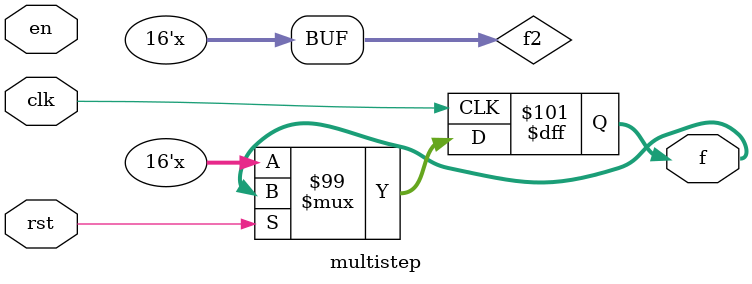
<source format=v>
`timescale 1ns / 1ps

module multistep(input wire en, clk, rst, output reg [15:0] f);
localparam IDLE=2'b00, OP=2'b01, DONE=2'b10;
reg[15:0]f2,a,b;
reg[1:0] p_state, n_state;

always@(posedge clk, posedge rst)
    if(rst)begin p_state<=IDLE; f2<=15'd0; end
    else begin p_state<=n_state; f<=f2; end
always@(p_state,en)
    case(p_state)
        IDLE:begin
             a=0;
             b=1;
             if(en)n_state=OP;
             else n_state=IDLE;
             end
         OP:begin
            if(en)
                if(a+b<=15'b111111111111) begin
                    f2=a+b;
                    a=b;
                    b=f2;
                end
                else n_state=DONE;
            else n_state=OP;
            end
       DONE:f2=f2;
       endcase
endmodule

</source>
